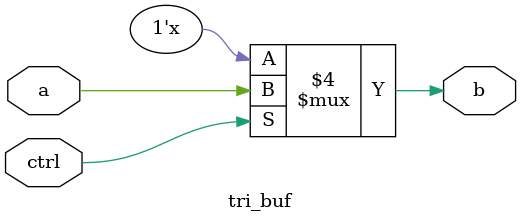
<source format=v>
module tri_buf(a,ctrl,b);
input a,ctrl;
output reg b;
always@(*)
begin
if(ctrl==1)
b=a;
else
b=1'bz;
end
endmodule

</source>
